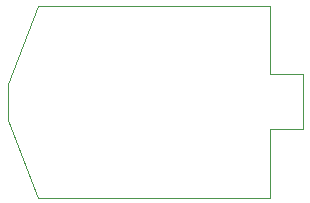
<source format=gbr>
G04 (created by PCBNEW (2013-07-07 BZR 4022)-stable) date 15/12/2014 22:10:53*
%MOIN*%
G04 Gerber Fmt 3.4, Leading zero omitted, Abs format*
%FSLAX34Y34*%
G01*
G70*
G90*
G04 APERTURE LIST*
%ADD10C,0.00590551*%
%ADD11C,0.00393701*%
G04 APERTURE END LIST*
G54D10*
G54D11*
X49240Y-24920D02*
X49240Y-27200D01*
X50320Y-24920D02*
X49240Y-24920D01*
X50320Y-24900D02*
X50320Y-24920D01*
X49240Y-27200D02*
X41500Y-27200D01*
X50320Y-23080D02*
X50320Y-24900D01*
X49240Y-23080D02*
X50320Y-23080D01*
X49240Y-20800D02*
X49240Y-23080D01*
X41500Y-20800D02*
X49240Y-20800D01*
X40500Y-24600D02*
X41500Y-27200D01*
X40500Y-23400D02*
X40500Y-24600D01*
X40500Y-23400D02*
X41500Y-20800D01*
M02*

</source>
